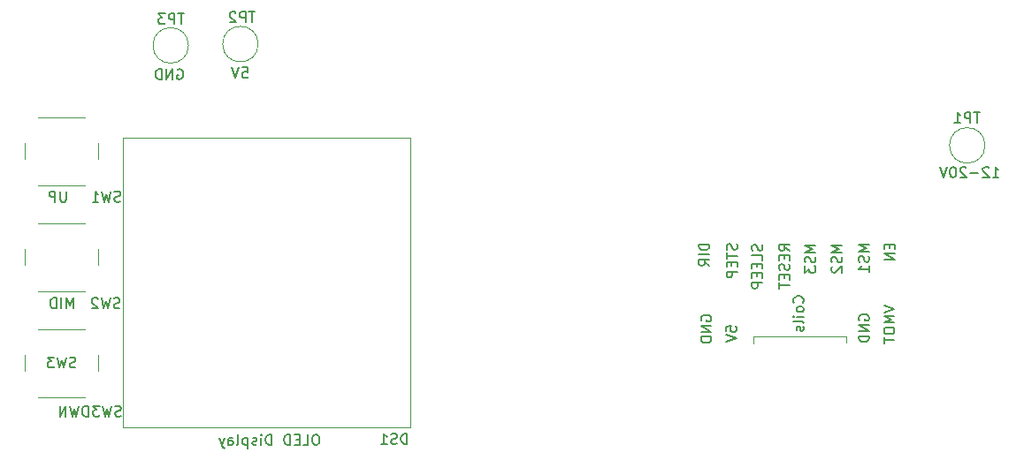
<source format=gbr>
G04 #@! TF.GenerationSoftware,KiCad,Pcbnew,(5.1.10)-1*
G04 #@! TF.CreationDate,2021-11-16T09:58:40-05:00*
G04 #@! TF.ProjectId,KittyCaddyV2,4b697474-7943-4616-9464-7956322e6b69,rev?*
G04 #@! TF.SameCoordinates,Original*
G04 #@! TF.FileFunction,Legend,Bot*
G04 #@! TF.FilePolarity,Positive*
%FSLAX46Y46*%
G04 Gerber Fmt 4.6, Leading zero omitted, Abs format (unit mm)*
G04 Created by KiCad (PCBNEW (5.1.10)-1) date 2021-11-16 09:58:40*
%MOMM*%
%LPD*%
G01*
G04 APERTURE LIST*
%ADD10C,0.120000*%
%ADD11C,0.149860*%
%ADD12C,0.150000*%
G04 APERTURE END LIST*
D10*
X160909000Y-95567500D02*
X160909000Y-96202500D01*
X152019000Y-95567500D02*
X160909000Y-95567500D01*
X152019000Y-96266000D02*
X152019000Y-95567500D01*
D11*
X164488880Y-92614976D02*
X165488880Y-92948309D01*
X164488880Y-93281642D01*
X165488880Y-93614976D02*
X164488880Y-93614976D01*
X165203166Y-93948309D01*
X164488880Y-94281642D01*
X165488880Y-94281642D01*
X164488880Y-94948309D02*
X164488880Y-95138785D01*
X164536500Y-95234023D01*
X164631738Y-95329261D01*
X164822214Y-95376880D01*
X165155547Y-95376880D01*
X165346023Y-95329261D01*
X165441261Y-95234023D01*
X165488880Y-95138785D01*
X165488880Y-94948309D01*
X165441261Y-94853071D01*
X165346023Y-94757833D01*
X165155547Y-94710214D01*
X164822214Y-94710214D01*
X164631738Y-94757833D01*
X164536500Y-94853071D01*
X164488880Y-94948309D01*
X164488880Y-95662595D02*
X164488880Y-96234023D01*
X165488880Y-95948309D02*
X164488880Y-95948309D01*
X162123500Y-94043595D02*
X162075880Y-93948357D01*
X162075880Y-93805500D01*
X162123500Y-93662642D01*
X162218738Y-93567404D01*
X162313976Y-93519785D01*
X162504452Y-93472166D01*
X162647309Y-93472166D01*
X162837785Y-93519785D01*
X162933023Y-93567404D01*
X163028261Y-93662642D01*
X163075880Y-93805500D01*
X163075880Y-93900738D01*
X163028261Y-94043595D01*
X162980642Y-94091214D01*
X162647309Y-94091214D01*
X162647309Y-93900738D01*
X163075880Y-94519785D02*
X162075880Y-94519785D01*
X163075880Y-95091214D01*
X162075880Y-95091214D01*
X163075880Y-95567404D02*
X162075880Y-95567404D01*
X162075880Y-95805500D01*
X162123500Y-95948357D01*
X162218738Y-96043595D01*
X162313976Y-96091214D01*
X162504452Y-96138833D01*
X162647309Y-96138833D01*
X162837785Y-96091214D01*
X162933023Y-96043595D01*
X163028261Y-95948357D01*
X163075880Y-95805500D01*
X163075880Y-95567404D01*
X147010500Y-94107095D02*
X146962880Y-94011857D01*
X146962880Y-93869000D01*
X147010500Y-93726142D01*
X147105738Y-93630904D01*
X147200976Y-93583285D01*
X147391452Y-93535666D01*
X147534309Y-93535666D01*
X147724785Y-93583285D01*
X147820023Y-93630904D01*
X147915261Y-93726142D01*
X147962880Y-93869000D01*
X147962880Y-93964238D01*
X147915261Y-94107095D01*
X147867642Y-94154714D01*
X147534309Y-94154714D01*
X147534309Y-93964238D01*
X147962880Y-94583285D02*
X146962880Y-94583285D01*
X147962880Y-95154714D01*
X146962880Y-95154714D01*
X147962880Y-95630904D02*
X146962880Y-95630904D01*
X146962880Y-95869000D01*
X147010500Y-96011857D01*
X147105738Y-96107095D01*
X147200976Y-96154714D01*
X147391452Y-96202333D01*
X147534309Y-96202333D01*
X147724785Y-96154714D01*
X147820023Y-96107095D01*
X147915261Y-96011857D01*
X147962880Y-95869000D01*
X147962880Y-95630904D01*
X149375880Y-95123023D02*
X149375880Y-94646833D01*
X149852071Y-94599214D01*
X149804452Y-94646833D01*
X149756833Y-94742071D01*
X149756833Y-94980166D01*
X149804452Y-95075404D01*
X149852071Y-95123023D01*
X149947309Y-95170642D01*
X150185404Y-95170642D01*
X150280642Y-95123023D01*
X150328261Y-95075404D01*
X150375880Y-94980166D01*
X150375880Y-94742071D01*
X150328261Y-94646833D01*
X150280642Y-94599214D01*
X149375880Y-95456357D02*
X150375880Y-95789690D01*
X149375880Y-96123023D01*
X156694142Y-92360880D02*
X156741761Y-92313261D01*
X156789380Y-92170404D01*
X156789380Y-92075166D01*
X156741761Y-91932309D01*
X156646523Y-91837071D01*
X156551285Y-91789452D01*
X156360809Y-91741833D01*
X156217952Y-91741833D01*
X156027476Y-91789452D01*
X155932238Y-91837071D01*
X155837000Y-91932309D01*
X155789380Y-92075166D01*
X155789380Y-92170404D01*
X155837000Y-92313261D01*
X155884619Y-92360880D01*
X156789380Y-92932309D02*
X156741761Y-92837071D01*
X156694142Y-92789452D01*
X156598904Y-92741833D01*
X156313190Y-92741833D01*
X156217952Y-92789452D01*
X156170333Y-92837071D01*
X156122714Y-92932309D01*
X156122714Y-93075166D01*
X156170333Y-93170404D01*
X156217952Y-93218023D01*
X156313190Y-93265642D01*
X156598904Y-93265642D01*
X156694142Y-93218023D01*
X156741761Y-93170404D01*
X156789380Y-93075166D01*
X156789380Y-92932309D01*
X156789380Y-93694214D02*
X156122714Y-93694214D01*
X155789380Y-93694214D02*
X155837000Y-93646595D01*
X155884619Y-93694214D01*
X155837000Y-93741833D01*
X155789380Y-93694214D01*
X155884619Y-93694214D01*
X156789380Y-94313261D02*
X156741761Y-94218023D01*
X156646523Y-94170404D01*
X155789380Y-94170404D01*
X156741761Y-94646595D02*
X156789380Y-94741833D01*
X156789380Y-94932309D01*
X156741761Y-95027547D01*
X156646523Y-95075166D01*
X156598904Y-95075166D01*
X156503666Y-95027547D01*
X156456047Y-94932309D01*
X156456047Y-94789452D01*
X156408428Y-94694214D01*
X156313190Y-94646595D01*
X156265571Y-94646595D01*
X156170333Y-94694214D01*
X156122714Y-94789452D01*
X156122714Y-94932309D01*
X156170333Y-95027547D01*
X157932380Y-86852285D02*
X156932380Y-86852285D01*
X157646666Y-87185619D01*
X156932380Y-87518952D01*
X157932380Y-87518952D01*
X157884761Y-87947523D02*
X157932380Y-88090380D01*
X157932380Y-88328476D01*
X157884761Y-88423714D01*
X157837142Y-88471333D01*
X157741904Y-88518952D01*
X157646666Y-88518952D01*
X157551428Y-88471333D01*
X157503809Y-88423714D01*
X157456190Y-88328476D01*
X157408571Y-88138000D01*
X157360952Y-88042761D01*
X157313333Y-87995142D01*
X157218095Y-87947523D01*
X157122857Y-87947523D01*
X157027619Y-87995142D01*
X156980000Y-88042761D01*
X156932380Y-88138000D01*
X156932380Y-88376095D01*
X156980000Y-88518952D01*
X156932380Y-88852285D02*
X156932380Y-89471333D01*
X157313333Y-89138000D01*
X157313333Y-89280857D01*
X157360952Y-89376095D01*
X157408571Y-89423714D01*
X157503809Y-89471333D01*
X157741904Y-89471333D01*
X157837142Y-89423714D01*
X157884761Y-89376095D01*
X157932380Y-89280857D01*
X157932380Y-88995142D01*
X157884761Y-88899904D01*
X157837142Y-88852285D01*
X160472380Y-86852285D02*
X159472380Y-86852285D01*
X160186666Y-87185619D01*
X159472380Y-87518952D01*
X160472380Y-87518952D01*
X160424761Y-87947523D02*
X160472380Y-88090380D01*
X160472380Y-88328476D01*
X160424761Y-88423714D01*
X160377142Y-88471333D01*
X160281904Y-88518952D01*
X160186666Y-88518952D01*
X160091428Y-88471333D01*
X160043809Y-88423714D01*
X159996190Y-88328476D01*
X159948571Y-88138000D01*
X159900952Y-88042761D01*
X159853333Y-87995142D01*
X159758095Y-87947523D01*
X159662857Y-87947523D01*
X159567619Y-87995142D01*
X159520000Y-88042761D01*
X159472380Y-88138000D01*
X159472380Y-88376095D01*
X159520000Y-88518952D01*
X159567619Y-88899904D02*
X159520000Y-88947523D01*
X159472380Y-89042761D01*
X159472380Y-89280857D01*
X159520000Y-89376095D01*
X159567619Y-89423714D01*
X159662857Y-89471333D01*
X159758095Y-89471333D01*
X159900952Y-89423714D01*
X160472380Y-88852285D01*
X160472380Y-89471333D01*
X163075880Y-86788785D02*
X162075880Y-86788785D01*
X162790166Y-87122119D01*
X162075880Y-87455452D01*
X163075880Y-87455452D01*
X163028261Y-87884023D02*
X163075880Y-88026880D01*
X163075880Y-88264976D01*
X163028261Y-88360214D01*
X162980642Y-88407833D01*
X162885404Y-88455452D01*
X162790166Y-88455452D01*
X162694928Y-88407833D01*
X162647309Y-88360214D01*
X162599690Y-88264976D01*
X162552071Y-88074500D01*
X162504452Y-87979261D01*
X162456833Y-87931642D01*
X162361595Y-87884023D01*
X162266357Y-87884023D01*
X162171119Y-87931642D01*
X162123500Y-87979261D01*
X162075880Y-88074500D01*
X162075880Y-88312595D01*
X162123500Y-88455452D01*
X163075880Y-89407833D02*
X163075880Y-88836404D01*
X163075880Y-89122119D02*
X162075880Y-89122119D01*
X162218738Y-89026880D01*
X162313976Y-88931642D01*
X162361595Y-88836404D01*
X155455880Y-87384119D02*
X154979690Y-87050785D01*
X155455880Y-86812690D02*
X154455880Y-86812690D01*
X154455880Y-87193642D01*
X154503500Y-87288880D01*
X154551119Y-87336500D01*
X154646357Y-87384119D01*
X154789214Y-87384119D01*
X154884452Y-87336500D01*
X154932071Y-87288880D01*
X154979690Y-87193642D01*
X154979690Y-86812690D01*
X154932071Y-87812690D02*
X154932071Y-88146023D01*
X155455880Y-88288880D02*
X155455880Y-87812690D01*
X154455880Y-87812690D01*
X154455880Y-88288880D01*
X155408261Y-88669833D02*
X155455880Y-88812690D01*
X155455880Y-89050785D01*
X155408261Y-89146023D01*
X155360642Y-89193642D01*
X155265404Y-89241261D01*
X155170166Y-89241261D01*
X155074928Y-89193642D01*
X155027309Y-89146023D01*
X154979690Y-89050785D01*
X154932071Y-88860309D01*
X154884452Y-88765071D01*
X154836833Y-88717452D01*
X154741595Y-88669833D01*
X154646357Y-88669833D01*
X154551119Y-88717452D01*
X154503500Y-88765071D01*
X154455880Y-88860309D01*
X154455880Y-89098404D01*
X154503500Y-89241261D01*
X154932071Y-89669833D02*
X154932071Y-90003166D01*
X155455880Y-90146023D02*
X155455880Y-89669833D01*
X154455880Y-89669833D01*
X154455880Y-90146023D01*
X154455880Y-90431738D02*
X154455880Y-91003166D01*
X155455880Y-90717452D02*
X154455880Y-90717452D01*
X152804761Y-86804761D02*
X152852380Y-86947619D01*
X152852380Y-87185714D01*
X152804761Y-87280952D01*
X152757142Y-87328571D01*
X152661904Y-87376190D01*
X152566666Y-87376190D01*
X152471428Y-87328571D01*
X152423809Y-87280952D01*
X152376190Y-87185714D01*
X152328571Y-86995238D01*
X152280952Y-86900000D01*
X152233333Y-86852380D01*
X152138095Y-86804761D01*
X152042857Y-86804761D01*
X151947619Y-86852380D01*
X151900000Y-86900000D01*
X151852380Y-86995238D01*
X151852380Y-87233333D01*
X151900000Y-87376190D01*
X152852380Y-88280952D02*
X152852380Y-87804761D01*
X151852380Y-87804761D01*
X152328571Y-88614285D02*
X152328571Y-88947619D01*
X152852380Y-89090476D02*
X152852380Y-88614285D01*
X151852380Y-88614285D01*
X151852380Y-89090476D01*
X152328571Y-89519047D02*
X152328571Y-89852380D01*
X152852380Y-89995238D02*
X152852380Y-89519047D01*
X151852380Y-89519047D01*
X151852380Y-89995238D01*
X152852380Y-90423809D02*
X151852380Y-90423809D01*
X151852380Y-90804761D01*
X151900000Y-90900000D01*
X151947619Y-90947619D01*
X152042857Y-90995238D01*
X152185714Y-90995238D01*
X152280952Y-90947619D01*
X152328571Y-90900000D01*
X152376190Y-90804761D01*
X152376190Y-90423809D01*
X165028571Y-86764904D02*
X165028571Y-87098238D01*
X165552380Y-87241095D02*
X165552380Y-86764904D01*
X164552380Y-86764904D01*
X164552380Y-87241095D01*
X165552380Y-87669666D02*
X164552380Y-87669666D01*
X165552380Y-88241095D01*
X164552380Y-88241095D01*
X150391761Y-86709452D02*
X150439380Y-86852309D01*
X150439380Y-87090404D01*
X150391761Y-87185642D01*
X150344142Y-87233261D01*
X150248904Y-87280880D01*
X150153666Y-87280880D01*
X150058428Y-87233261D01*
X150010809Y-87185642D01*
X149963190Y-87090404D01*
X149915571Y-86899928D01*
X149867952Y-86804690D01*
X149820333Y-86757071D01*
X149725095Y-86709452D01*
X149629857Y-86709452D01*
X149534619Y-86757071D01*
X149487000Y-86804690D01*
X149439380Y-86899928D01*
X149439380Y-87138023D01*
X149487000Y-87280880D01*
X149439380Y-87566595D02*
X149439380Y-88138023D01*
X150439380Y-87852309D02*
X149439380Y-87852309D01*
X149915571Y-88471357D02*
X149915571Y-88804690D01*
X150439380Y-88947547D02*
X150439380Y-88471357D01*
X149439380Y-88471357D01*
X149439380Y-88947547D01*
X150439380Y-89376119D02*
X149439380Y-89376119D01*
X149439380Y-89757071D01*
X149487000Y-89852309D01*
X149534619Y-89899928D01*
X149629857Y-89947547D01*
X149772714Y-89947547D01*
X149867952Y-89899928D01*
X149915571Y-89852309D01*
X149963190Y-89757071D01*
X149963190Y-89376119D01*
X147772380Y-86757000D02*
X146772380Y-86757000D01*
X146772380Y-86995095D01*
X146820000Y-87137952D01*
X146915238Y-87233190D01*
X147010476Y-87280809D01*
X147200952Y-87328428D01*
X147343809Y-87328428D01*
X147534285Y-87280809D01*
X147629523Y-87233190D01*
X147724761Y-87137952D01*
X147772380Y-86995095D01*
X147772380Y-86757000D01*
X147772380Y-87757000D02*
X146772380Y-87757000D01*
X147772380Y-88804619D02*
X147296190Y-88471285D01*
X147772380Y-88233190D02*
X146772380Y-88233190D01*
X146772380Y-88614142D01*
X146820000Y-88709380D01*
X146867619Y-88757000D01*
X146962857Y-88804619D01*
X147105714Y-88804619D01*
X147200952Y-88757000D01*
X147248571Y-88709380D01*
X147296190Y-88614142D01*
X147296190Y-88233190D01*
X96837404Y-69985000D02*
X96932642Y-69937380D01*
X97075500Y-69937380D01*
X97218357Y-69985000D01*
X97313595Y-70080238D01*
X97361214Y-70175476D01*
X97408833Y-70365952D01*
X97408833Y-70508809D01*
X97361214Y-70699285D01*
X97313595Y-70794523D01*
X97218357Y-70889761D01*
X97075500Y-70937380D01*
X96980261Y-70937380D01*
X96837404Y-70889761D01*
X96789785Y-70842142D01*
X96789785Y-70508809D01*
X96980261Y-70508809D01*
X96361214Y-70937380D02*
X96361214Y-69937380D01*
X95789785Y-70937380D01*
X95789785Y-69937380D01*
X95313595Y-70937380D02*
X95313595Y-69937380D01*
X95075500Y-69937380D01*
X94932642Y-69985000D01*
X94837404Y-70080238D01*
X94789785Y-70175476D01*
X94742166Y-70365952D01*
X94742166Y-70508809D01*
X94789785Y-70699285D01*
X94837404Y-70794523D01*
X94932642Y-70889761D01*
X95075500Y-70937380D01*
X95313595Y-70937380D01*
X174910476Y-80335380D02*
X175481904Y-80335380D01*
X175196190Y-80335380D02*
X175196190Y-79335380D01*
X175291428Y-79478238D01*
X175386666Y-79573476D01*
X175481904Y-79621095D01*
X174529523Y-79430619D02*
X174481904Y-79383000D01*
X174386666Y-79335380D01*
X174148571Y-79335380D01*
X174053333Y-79383000D01*
X174005714Y-79430619D01*
X173958095Y-79525857D01*
X173958095Y-79621095D01*
X174005714Y-79763952D01*
X174577142Y-80335380D01*
X173958095Y-80335380D01*
X173529523Y-79954428D02*
X172767619Y-79954428D01*
X172339047Y-79430619D02*
X172291428Y-79383000D01*
X172196190Y-79335380D01*
X171958095Y-79335380D01*
X171862857Y-79383000D01*
X171815238Y-79430619D01*
X171767619Y-79525857D01*
X171767619Y-79621095D01*
X171815238Y-79763952D01*
X172386666Y-80335380D01*
X171767619Y-80335380D01*
X171148571Y-79335380D02*
X171053333Y-79335380D01*
X170958095Y-79383000D01*
X170910476Y-79430619D01*
X170862857Y-79525857D01*
X170815238Y-79716333D01*
X170815238Y-79954428D01*
X170862857Y-80144904D01*
X170910476Y-80240142D01*
X170958095Y-80287761D01*
X171053333Y-80335380D01*
X171148571Y-80335380D01*
X171243809Y-80287761D01*
X171291428Y-80240142D01*
X171339047Y-80144904D01*
X171386666Y-79954428D01*
X171386666Y-79716333D01*
X171339047Y-79525857D01*
X171291428Y-79430619D01*
X171243809Y-79383000D01*
X171148571Y-79335380D01*
X170529523Y-79335380D02*
X170196190Y-80335380D01*
X169862857Y-79335380D01*
X103060476Y-69810380D02*
X103536666Y-69810380D01*
X103584285Y-70286571D01*
X103536666Y-70238952D01*
X103441428Y-70191333D01*
X103203333Y-70191333D01*
X103108095Y-70238952D01*
X103060476Y-70286571D01*
X103012857Y-70381809D01*
X103012857Y-70619904D01*
X103060476Y-70715142D01*
X103108095Y-70762761D01*
X103203333Y-70810380D01*
X103441428Y-70810380D01*
X103536666Y-70762761D01*
X103584285Y-70715142D01*
X102727142Y-69810380D02*
X102393809Y-70810380D01*
X102060476Y-69810380D01*
X86193214Y-81684880D02*
X86193214Y-82494404D01*
X86145595Y-82589642D01*
X86097976Y-82637261D01*
X86002738Y-82684880D01*
X85812261Y-82684880D01*
X85717023Y-82637261D01*
X85669404Y-82589642D01*
X85621785Y-82494404D01*
X85621785Y-81684880D01*
X85145595Y-82684880D02*
X85145595Y-81684880D01*
X84764642Y-81684880D01*
X84669404Y-81732500D01*
X84621785Y-81780119D01*
X84574166Y-81875357D01*
X84574166Y-82018214D01*
X84621785Y-82113452D01*
X84669404Y-82161071D01*
X84764642Y-82208690D01*
X85145595Y-82208690D01*
X86859928Y-92908380D02*
X86859928Y-91908380D01*
X86526595Y-92622666D01*
X86193261Y-91908380D01*
X86193261Y-92908380D01*
X85717071Y-92908380D02*
X85717071Y-91908380D01*
X85240880Y-92908380D02*
X85240880Y-91908380D01*
X85002785Y-91908380D01*
X84859928Y-91956000D01*
X84764690Y-92051238D01*
X84717071Y-92146476D01*
X84669452Y-92336952D01*
X84669452Y-92479809D01*
X84717071Y-92670285D01*
X84764690Y-92765523D01*
X84859928Y-92860761D01*
X85002785Y-92908380D01*
X85240880Y-92908380D01*
X88288642Y-103258880D02*
X88288642Y-102258880D01*
X88050547Y-102258880D01*
X87907690Y-102306500D01*
X87812452Y-102401738D01*
X87764833Y-102496976D01*
X87717214Y-102687452D01*
X87717214Y-102830309D01*
X87764833Y-103020785D01*
X87812452Y-103116023D01*
X87907690Y-103211261D01*
X88050547Y-103258880D01*
X88288642Y-103258880D01*
X87383880Y-102258880D02*
X87145785Y-103258880D01*
X86955309Y-102544595D01*
X86764833Y-103258880D01*
X86526738Y-102258880D01*
X86145785Y-103258880D02*
X86145785Y-102258880D01*
X85574357Y-103258880D01*
X85574357Y-102258880D01*
X110187809Y-104989380D02*
X109997333Y-104989380D01*
X109902095Y-105037000D01*
X109806857Y-105132238D01*
X109759238Y-105322714D01*
X109759238Y-105656047D01*
X109806857Y-105846523D01*
X109902095Y-105941761D01*
X109997333Y-105989380D01*
X110187809Y-105989380D01*
X110283047Y-105941761D01*
X110378285Y-105846523D01*
X110425904Y-105656047D01*
X110425904Y-105322714D01*
X110378285Y-105132238D01*
X110283047Y-105037000D01*
X110187809Y-104989380D01*
X108854476Y-105989380D02*
X109330666Y-105989380D01*
X109330666Y-104989380D01*
X108521142Y-105465571D02*
X108187809Y-105465571D01*
X108044952Y-105989380D02*
X108521142Y-105989380D01*
X108521142Y-104989380D01*
X108044952Y-104989380D01*
X107616380Y-105989380D02*
X107616380Y-104989380D01*
X107378285Y-104989380D01*
X107235428Y-105037000D01*
X107140190Y-105132238D01*
X107092571Y-105227476D01*
X107044952Y-105417952D01*
X107044952Y-105560809D01*
X107092571Y-105751285D01*
X107140190Y-105846523D01*
X107235428Y-105941761D01*
X107378285Y-105989380D01*
X107616380Y-105989380D01*
X105854476Y-105989380D02*
X105854476Y-104989380D01*
X105616380Y-104989380D01*
X105473523Y-105037000D01*
X105378285Y-105132238D01*
X105330666Y-105227476D01*
X105283047Y-105417952D01*
X105283047Y-105560809D01*
X105330666Y-105751285D01*
X105378285Y-105846523D01*
X105473523Y-105941761D01*
X105616380Y-105989380D01*
X105854476Y-105989380D01*
X104854476Y-105989380D02*
X104854476Y-105322714D01*
X104854476Y-104989380D02*
X104902095Y-105037000D01*
X104854476Y-105084619D01*
X104806857Y-105037000D01*
X104854476Y-104989380D01*
X104854476Y-105084619D01*
X104425904Y-105941761D02*
X104330666Y-105989380D01*
X104140190Y-105989380D01*
X104044952Y-105941761D01*
X103997333Y-105846523D01*
X103997333Y-105798904D01*
X104044952Y-105703666D01*
X104140190Y-105656047D01*
X104283047Y-105656047D01*
X104378285Y-105608428D01*
X104425904Y-105513190D01*
X104425904Y-105465571D01*
X104378285Y-105370333D01*
X104283047Y-105322714D01*
X104140190Y-105322714D01*
X104044952Y-105370333D01*
X103568761Y-105322714D02*
X103568761Y-106322714D01*
X103568761Y-105370333D02*
X103473523Y-105322714D01*
X103283047Y-105322714D01*
X103187809Y-105370333D01*
X103140190Y-105417952D01*
X103092571Y-105513190D01*
X103092571Y-105798904D01*
X103140190Y-105894142D01*
X103187809Y-105941761D01*
X103283047Y-105989380D01*
X103473523Y-105989380D01*
X103568761Y-105941761D01*
X102521142Y-105989380D02*
X102616380Y-105941761D01*
X102664000Y-105846523D01*
X102664000Y-104989380D01*
X101711619Y-105989380D02*
X101711619Y-105465571D01*
X101759238Y-105370333D01*
X101854476Y-105322714D01*
X102044952Y-105322714D01*
X102140190Y-105370333D01*
X101711619Y-105941761D02*
X101806857Y-105989380D01*
X102044952Y-105989380D01*
X102140190Y-105941761D01*
X102187809Y-105846523D01*
X102187809Y-105751285D01*
X102140190Y-105656047D01*
X102044952Y-105608428D01*
X101806857Y-105608428D01*
X101711619Y-105560809D01*
X101330666Y-105322714D02*
X101092571Y-105989380D01*
X100854476Y-105322714D02*
X101092571Y-105989380D01*
X101187809Y-106227476D01*
X101235428Y-106275095D01*
X101330666Y-106322714D01*
D10*
G04 #@! TO.C,TP3*
X97902500Y-67691000D02*
G75*
G03*
X97902500Y-67691000I-1700000J0D01*
G01*
G04 #@! TO.C,TP2*
X104570000Y-67564000D02*
G75*
G03*
X104570000Y-67564000I-1700000J0D01*
G01*
G04 #@! TO.C,TP1*
X174166000Y-77279500D02*
G75*
G03*
X174166000Y-77279500I-1700000J0D01*
G01*
G04 #@! TO.C,SW3*
X89250400Y-97395600D02*
X89250400Y-98895600D01*
X88000400Y-101395600D02*
X83500400Y-101395600D01*
X82250400Y-98895600D02*
X82250400Y-97395600D01*
X83500400Y-94895600D02*
X88000400Y-94895600D01*
G04 #@! TO.C,SW2*
X89250400Y-87235600D02*
X89250400Y-88735600D01*
X88000400Y-91235600D02*
X83500400Y-91235600D01*
X82250400Y-88735600D02*
X82250400Y-87235600D01*
X83500400Y-84735600D02*
X88000400Y-84735600D01*
G04 #@! TO.C,SW1*
X89250400Y-77075600D02*
X89250400Y-78575600D01*
X88000400Y-81075600D02*
X83500400Y-81075600D01*
X82250400Y-78575600D02*
X82250400Y-77075600D01*
X83500400Y-74575600D02*
X88000400Y-74575600D01*
G04 #@! TO.C,DS1*
X119160000Y-76524000D02*
X91660000Y-76524000D01*
X91660000Y-76524000D02*
X91660000Y-104324000D01*
X91660000Y-104324000D02*
X119160000Y-104324000D01*
X119160000Y-104324000D02*
X119160000Y-76524000D01*
G04 #@! TO.C,TP3*
D12*
X97464404Y-64645380D02*
X96892976Y-64645380D01*
X97178690Y-65645380D02*
X97178690Y-64645380D01*
X96559642Y-65645380D02*
X96559642Y-64645380D01*
X96178690Y-64645380D01*
X96083452Y-64693000D01*
X96035833Y-64740619D01*
X95988214Y-64835857D01*
X95988214Y-64978714D01*
X96035833Y-65073952D01*
X96083452Y-65121571D01*
X96178690Y-65169190D01*
X96559642Y-65169190D01*
X95654880Y-64645380D02*
X95035833Y-64645380D01*
X95369166Y-65026333D01*
X95226309Y-65026333D01*
X95131071Y-65073952D01*
X95083452Y-65121571D01*
X95035833Y-65216809D01*
X95035833Y-65454904D01*
X95083452Y-65550142D01*
X95131071Y-65597761D01*
X95226309Y-65645380D01*
X95512023Y-65645380D01*
X95607261Y-65597761D01*
X95654880Y-65550142D01*
G04 #@! TO.C,TP2*
X104258904Y-64476380D02*
X103687476Y-64476380D01*
X103973190Y-65476380D02*
X103973190Y-64476380D01*
X103354142Y-65476380D02*
X103354142Y-64476380D01*
X102973190Y-64476380D01*
X102877952Y-64524000D01*
X102830333Y-64571619D01*
X102782714Y-64666857D01*
X102782714Y-64809714D01*
X102830333Y-64904952D01*
X102877952Y-64952571D01*
X102973190Y-65000190D01*
X103354142Y-65000190D01*
X102401761Y-64571619D02*
X102354142Y-64524000D01*
X102258904Y-64476380D01*
X102020809Y-64476380D01*
X101925571Y-64524000D01*
X101877952Y-64571619D01*
X101830333Y-64666857D01*
X101830333Y-64762095D01*
X101877952Y-64904952D01*
X102449380Y-65476380D01*
X101830333Y-65476380D01*
G04 #@! TO.C,TP1*
X173664404Y-74128380D02*
X173092976Y-74128380D01*
X173378690Y-75128380D02*
X173378690Y-74128380D01*
X172759642Y-75128380D02*
X172759642Y-74128380D01*
X172378690Y-74128380D01*
X172283452Y-74176000D01*
X172235833Y-74223619D01*
X172188214Y-74318857D01*
X172188214Y-74461714D01*
X172235833Y-74556952D01*
X172283452Y-74604571D01*
X172378690Y-74652190D01*
X172759642Y-74652190D01*
X171235833Y-75128380D02*
X171807261Y-75128380D01*
X171521547Y-75128380D02*
X171521547Y-74128380D01*
X171616785Y-74271238D01*
X171712023Y-74366476D01*
X171807261Y-74414095D01*
G04 #@! TO.C,SW3*
X91439833Y-103211261D02*
X91296976Y-103258880D01*
X91058880Y-103258880D01*
X90963642Y-103211261D01*
X90916023Y-103163642D01*
X90868404Y-103068404D01*
X90868404Y-102973166D01*
X90916023Y-102877928D01*
X90963642Y-102830309D01*
X91058880Y-102782690D01*
X91249357Y-102735071D01*
X91344595Y-102687452D01*
X91392214Y-102639833D01*
X91439833Y-102544595D01*
X91439833Y-102449357D01*
X91392214Y-102354119D01*
X91344595Y-102306500D01*
X91249357Y-102258880D01*
X91011261Y-102258880D01*
X90868404Y-102306500D01*
X90535071Y-102258880D02*
X90296976Y-103258880D01*
X90106500Y-102544595D01*
X89916023Y-103258880D01*
X89677928Y-102258880D01*
X89392214Y-102258880D02*
X88773166Y-102258880D01*
X89106500Y-102639833D01*
X88963642Y-102639833D01*
X88868404Y-102687452D01*
X88820785Y-102735071D01*
X88773166Y-102830309D01*
X88773166Y-103068404D01*
X88820785Y-103163642D01*
X88868404Y-103211261D01*
X88963642Y-103258880D01*
X89249357Y-103258880D01*
X89344595Y-103211261D01*
X89392214Y-103163642D01*
X87083733Y-98550361D02*
X86940876Y-98597980D01*
X86702780Y-98597980D01*
X86607542Y-98550361D01*
X86559923Y-98502742D01*
X86512304Y-98407504D01*
X86512304Y-98312266D01*
X86559923Y-98217028D01*
X86607542Y-98169409D01*
X86702780Y-98121790D01*
X86893257Y-98074171D01*
X86988495Y-98026552D01*
X87036114Y-97978933D01*
X87083733Y-97883695D01*
X87083733Y-97788457D01*
X87036114Y-97693219D01*
X86988495Y-97645600D01*
X86893257Y-97597980D01*
X86655161Y-97597980D01*
X86512304Y-97645600D01*
X86178971Y-97597980D02*
X85940876Y-98597980D01*
X85750400Y-97883695D01*
X85559923Y-98597980D01*
X85321828Y-97597980D01*
X85036114Y-97597980D02*
X84417066Y-97597980D01*
X84750400Y-97978933D01*
X84607542Y-97978933D01*
X84512304Y-98026552D01*
X84464685Y-98074171D01*
X84417066Y-98169409D01*
X84417066Y-98407504D01*
X84464685Y-98502742D01*
X84512304Y-98550361D01*
X84607542Y-98597980D01*
X84893257Y-98597980D01*
X84988495Y-98550361D01*
X85036114Y-98502742D01*
G04 #@! TO.C,SW2*
X91312833Y-92860761D02*
X91169976Y-92908380D01*
X90931880Y-92908380D01*
X90836642Y-92860761D01*
X90789023Y-92813142D01*
X90741404Y-92717904D01*
X90741404Y-92622666D01*
X90789023Y-92527428D01*
X90836642Y-92479809D01*
X90931880Y-92432190D01*
X91122357Y-92384571D01*
X91217595Y-92336952D01*
X91265214Y-92289333D01*
X91312833Y-92194095D01*
X91312833Y-92098857D01*
X91265214Y-92003619D01*
X91217595Y-91956000D01*
X91122357Y-91908380D01*
X90884261Y-91908380D01*
X90741404Y-91956000D01*
X90408071Y-91908380D02*
X90169976Y-92908380D01*
X89979500Y-92194095D01*
X89789023Y-92908380D01*
X89550928Y-91908380D01*
X89217595Y-92003619D02*
X89169976Y-91956000D01*
X89074738Y-91908380D01*
X88836642Y-91908380D01*
X88741404Y-91956000D01*
X88693785Y-92003619D01*
X88646166Y-92098857D01*
X88646166Y-92194095D01*
X88693785Y-92336952D01*
X89265214Y-92908380D01*
X88646166Y-92908380D01*
G04 #@! TO.C,SW1*
X91376333Y-82637261D02*
X91233476Y-82684880D01*
X90995380Y-82684880D01*
X90900142Y-82637261D01*
X90852523Y-82589642D01*
X90804904Y-82494404D01*
X90804904Y-82399166D01*
X90852523Y-82303928D01*
X90900142Y-82256309D01*
X90995380Y-82208690D01*
X91185857Y-82161071D01*
X91281095Y-82113452D01*
X91328714Y-82065833D01*
X91376333Y-81970595D01*
X91376333Y-81875357D01*
X91328714Y-81780119D01*
X91281095Y-81732500D01*
X91185857Y-81684880D01*
X90947761Y-81684880D01*
X90804904Y-81732500D01*
X90471571Y-81684880D02*
X90233476Y-82684880D01*
X90043000Y-81970595D01*
X89852523Y-82684880D01*
X89614428Y-81684880D01*
X88709666Y-82684880D02*
X89281095Y-82684880D01*
X88995380Y-82684880D02*
X88995380Y-81684880D01*
X89090619Y-81827738D01*
X89185857Y-81922976D01*
X89281095Y-81970595D01*
G04 #@! TO.C,DS1*
X118816285Y-105925880D02*
X118816285Y-104925880D01*
X118578190Y-104925880D01*
X118435333Y-104973500D01*
X118340095Y-105068738D01*
X118292476Y-105163976D01*
X118244857Y-105354452D01*
X118244857Y-105497309D01*
X118292476Y-105687785D01*
X118340095Y-105783023D01*
X118435333Y-105878261D01*
X118578190Y-105925880D01*
X118816285Y-105925880D01*
X117863904Y-105878261D02*
X117721047Y-105925880D01*
X117482952Y-105925880D01*
X117387714Y-105878261D01*
X117340095Y-105830642D01*
X117292476Y-105735404D01*
X117292476Y-105640166D01*
X117340095Y-105544928D01*
X117387714Y-105497309D01*
X117482952Y-105449690D01*
X117673428Y-105402071D01*
X117768666Y-105354452D01*
X117816285Y-105306833D01*
X117863904Y-105211595D01*
X117863904Y-105116357D01*
X117816285Y-105021119D01*
X117768666Y-104973500D01*
X117673428Y-104925880D01*
X117435333Y-104925880D01*
X117292476Y-104973500D01*
X116340095Y-105925880D02*
X116911523Y-105925880D01*
X116625809Y-105925880D02*
X116625809Y-104925880D01*
X116721047Y-105068738D01*
X116816285Y-105163976D01*
X116911523Y-105211595D01*
G04 #@! TD*
M02*

</source>
